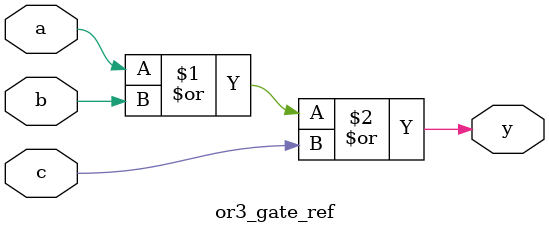
<source format=v>
module or3_gate_ref(
        input wire a,
        input wire b,
        input wire c,
        output wire y
    );

    assign y = a | b | c;

endmodule

</source>
